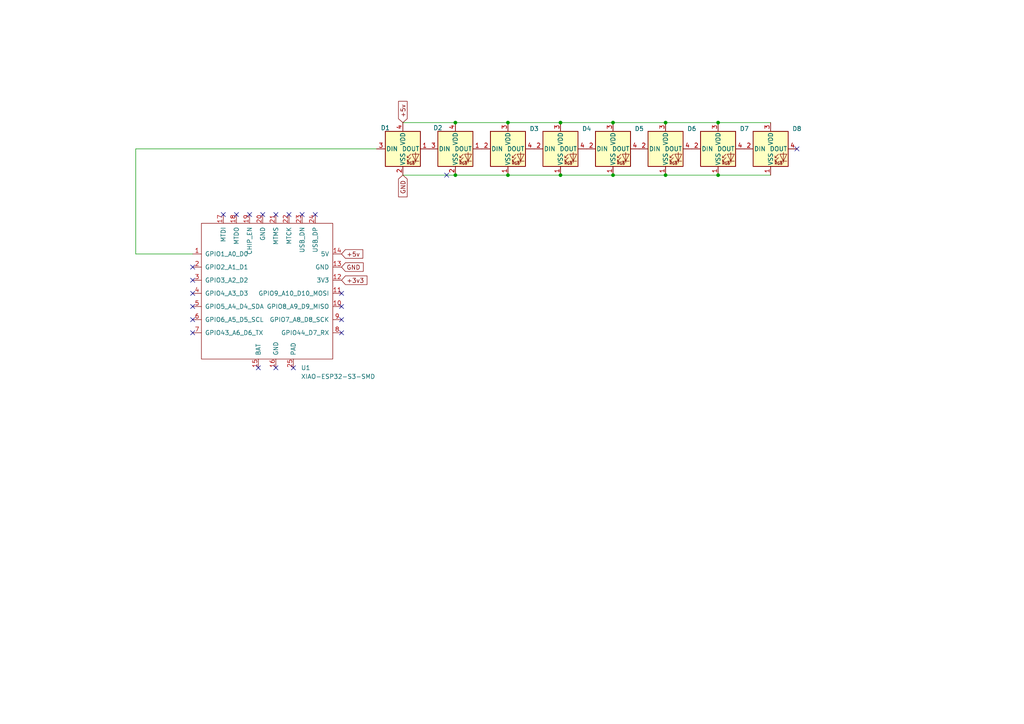
<source format=kicad_sch>
(kicad_sch
	(version 20231120)
	(generator "eeschema")
	(generator_version "8.0")
	(uuid "7ed566bf-2f3b-4aa5-bf86-7b58054f326d")
	(paper "A4")
	(lib_symbols
		(symbol "LED:SK6812"
			(pin_names
				(offset 0.254)
			)
			(exclude_from_sim no)
			(in_bom yes)
			(on_board yes)
			(property "Reference" "D"
				(at 5.08 5.715 0)
				(effects
					(font
						(size 1.27 1.27)
					)
					(justify right bottom)
				)
			)
			(property "Value" "SK6812"
				(at 1.27 -5.715 0)
				(effects
					(font
						(size 1.27 1.27)
					)
					(justify left top)
				)
			)
			(property "Footprint" "LED_SMD:LED_SK6812_PLCC4_5.0x5.0mm_P3.2mm"
				(at 1.27 -7.62 0)
				(effects
					(font
						(size 1.27 1.27)
					)
					(justify left top)
					(hide yes)
				)
			)
			(property "Datasheet" "https://cdn-shop.adafruit.com/product-files/1138/SK6812+LED+datasheet+.pdf"
				(at 2.54 -9.525 0)
				(effects
					(font
						(size 1.27 1.27)
					)
					(justify left top)
					(hide yes)
				)
			)
			(property "Description" "RGB LED with integrated controller"
				(at 0 0 0)
				(effects
					(font
						(size 1.27 1.27)
					)
					(hide yes)
				)
			)
			(property "ki_keywords" "RGB LED NeoPixel addressable"
				(at 0 0 0)
				(effects
					(font
						(size 1.27 1.27)
					)
					(hide yes)
				)
			)
			(property "ki_fp_filters" "LED*SK6812*PLCC*5.0x5.0mm*P3.2mm*"
				(at 0 0 0)
				(effects
					(font
						(size 1.27 1.27)
					)
					(hide yes)
				)
			)
			(symbol "SK6812_0_0"
				(text "RGB"
					(at 2.286 -4.191 0)
					(effects
						(font
							(size 0.762 0.762)
						)
					)
				)
			)
			(symbol "SK6812_0_1"
				(polyline
					(pts
						(xy 1.27 -3.556) (xy 1.778 -3.556)
					)
					(stroke
						(width 0)
						(type default)
					)
					(fill
						(type none)
					)
				)
				(polyline
					(pts
						(xy 1.27 -2.54) (xy 1.778 -2.54)
					)
					(stroke
						(width 0)
						(type default)
					)
					(fill
						(type none)
					)
				)
				(polyline
					(pts
						(xy 4.699 -3.556) (xy 2.667 -3.556)
					)
					(stroke
						(width 0)
						(type default)
					)
					(fill
						(type none)
					)
				)
				(polyline
					(pts
						(xy 2.286 -2.54) (xy 1.27 -3.556) (xy 1.27 -3.048)
					)
					(stroke
						(width 0)
						(type default)
					)
					(fill
						(type none)
					)
				)
				(polyline
					(pts
						(xy 2.286 -1.524) (xy 1.27 -2.54) (xy 1.27 -2.032)
					)
					(stroke
						(width 0)
						(type default)
					)
					(fill
						(type none)
					)
				)
				(polyline
					(pts
						(xy 3.683 -1.016) (xy 3.683 -3.556) (xy 3.683 -4.064)
					)
					(stroke
						(width 0)
						(type default)
					)
					(fill
						(type none)
					)
				)
				(polyline
					(pts
						(xy 4.699 -1.524) (xy 2.667 -1.524) (xy 3.683 -3.556) (xy 4.699 -1.524)
					)
					(stroke
						(width 0)
						(type default)
					)
					(fill
						(type none)
					)
				)
				(rectangle
					(start 5.08 5.08)
					(end -5.08 -5.08)
					(stroke
						(width 0.254)
						(type default)
					)
					(fill
						(type background)
					)
				)
			)
			(symbol "SK6812_1_1"
				(pin power_in line
					(at 0 -7.62 90)
					(length 2.54)
					(name "VSS"
						(effects
							(font
								(size 1.27 1.27)
							)
						)
					)
					(number "1"
						(effects
							(font
								(size 1.27 1.27)
							)
						)
					)
				)
				(pin input line
					(at -7.62 0 0)
					(length 2.54)
					(name "DIN"
						(effects
							(font
								(size 1.27 1.27)
							)
						)
					)
					(number "2"
						(effects
							(font
								(size 1.27 1.27)
							)
						)
					)
				)
				(pin power_in line
					(at 0 7.62 270)
					(length 2.54)
					(name "VDD"
						(effects
							(font
								(size 1.27 1.27)
							)
						)
					)
					(number "3"
						(effects
							(font
								(size 1.27 1.27)
							)
						)
					)
				)
				(pin output line
					(at 7.62 0 180)
					(length 2.54)
					(name "DOUT"
						(effects
							(font
								(size 1.27 1.27)
							)
						)
					)
					(number "4"
						(effects
							(font
								(size 1.27 1.27)
							)
						)
					)
				)
			)
		)
		(symbol "LED:SK6812MINI"
			(pin_names
				(offset 0.254)
			)
			(exclude_from_sim no)
			(in_bom yes)
			(on_board yes)
			(property "Reference" "D"
				(at 5.08 5.715 0)
				(effects
					(font
						(size 1.27 1.27)
					)
					(justify right bottom)
				)
			)
			(property "Value" "SK6812MINI"
				(at 1.27 -5.715 0)
				(effects
					(font
						(size 1.27 1.27)
					)
					(justify left top)
				)
			)
			(property "Footprint" "LED_SMD:LED_SK6812MINI_PLCC4_3.5x3.5mm_P1.75mm"
				(at 1.27 -7.62 0)
				(effects
					(font
						(size 1.27 1.27)
					)
					(justify left top)
					(hide yes)
				)
			)
			(property "Datasheet" "https://cdn-shop.adafruit.com/product-files/2686/SK6812MINI_REV.01-1-2.pdf"
				(at 2.54 -9.525 0)
				(effects
					(font
						(size 1.27 1.27)
					)
					(justify left top)
					(hide yes)
				)
			)
			(property "Description" "RGB LED with integrated controller"
				(at 0 0 0)
				(effects
					(font
						(size 1.27 1.27)
					)
					(hide yes)
				)
			)
			(property "ki_keywords" "RGB LED NeoPixel Mini addressable"
				(at 0 0 0)
				(effects
					(font
						(size 1.27 1.27)
					)
					(hide yes)
				)
			)
			(property "ki_fp_filters" "LED*SK6812MINI*PLCC*3.5x3.5mm*P1.75mm*"
				(at 0 0 0)
				(effects
					(font
						(size 1.27 1.27)
					)
					(hide yes)
				)
			)
			(symbol "SK6812MINI_0_0"
				(text "RGB"
					(at 2.286 -4.191 0)
					(effects
						(font
							(size 0.762 0.762)
						)
					)
				)
			)
			(symbol "SK6812MINI_0_1"
				(polyline
					(pts
						(xy 1.27 -3.556) (xy 1.778 -3.556)
					)
					(stroke
						(width 0)
						(type default)
					)
					(fill
						(type none)
					)
				)
				(polyline
					(pts
						(xy 1.27 -2.54) (xy 1.778 -2.54)
					)
					(stroke
						(width 0)
						(type default)
					)
					(fill
						(type none)
					)
				)
				(polyline
					(pts
						(xy 4.699 -3.556) (xy 2.667 -3.556)
					)
					(stroke
						(width 0)
						(type default)
					)
					(fill
						(type none)
					)
				)
				(polyline
					(pts
						(xy 2.286 -2.54) (xy 1.27 -3.556) (xy 1.27 -3.048)
					)
					(stroke
						(width 0)
						(type default)
					)
					(fill
						(type none)
					)
				)
				(polyline
					(pts
						(xy 2.286 -1.524) (xy 1.27 -2.54) (xy 1.27 -2.032)
					)
					(stroke
						(width 0)
						(type default)
					)
					(fill
						(type none)
					)
				)
				(polyline
					(pts
						(xy 3.683 -1.016) (xy 3.683 -3.556) (xy 3.683 -4.064)
					)
					(stroke
						(width 0)
						(type default)
					)
					(fill
						(type none)
					)
				)
				(polyline
					(pts
						(xy 4.699 -1.524) (xy 2.667 -1.524) (xy 3.683 -3.556) (xy 4.699 -1.524)
					)
					(stroke
						(width 0)
						(type default)
					)
					(fill
						(type none)
					)
				)
				(rectangle
					(start 5.08 5.08)
					(end -5.08 -5.08)
					(stroke
						(width 0.254)
						(type default)
					)
					(fill
						(type background)
					)
				)
			)
			(symbol "SK6812MINI_1_1"
				(pin output line
					(at 7.62 0 180)
					(length 2.54)
					(name "DOUT"
						(effects
							(font
								(size 1.27 1.27)
							)
						)
					)
					(number "1"
						(effects
							(font
								(size 1.27 1.27)
							)
						)
					)
				)
				(pin power_in line
					(at 0 -7.62 90)
					(length 2.54)
					(name "VSS"
						(effects
							(font
								(size 1.27 1.27)
							)
						)
					)
					(number "2"
						(effects
							(font
								(size 1.27 1.27)
							)
						)
					)
				)
				(pin input line
					(at -7.62 0 0)
					(length 2.54)
					(name "DIN"
						(effects
							(font
								(size 1.27 1.27)
							)
						)
					)
					(number "3"
						(effects
							(font
								(size 1.27 1.27)
							)
						)
					)
				)
				(pin power_in line
					(at 0 7.62 270)
					(length 2.54)
					(name "VDD"
						(effects
							(font
								(size 1.27 1.27)
							)
						)
					)
					(number "4"
						(effects
							(font
								(size 1.27 1.27)
							)
						)
					)
				)
			)
		)
		(symbol "Pixeldustsym:XIAO-ESP32-S3-SMD"
			(pin_names
				(offset 1.016)
			)
			(exclude_from_sim no)
			(in_bom yes)
			(on_board yes)
			(property "Reference" "U"
				(at -18.542 23.114 0)
				(effects
					(font
						(size 1.27 1.27)
					)
				)
			)
			(property "Value" "XIAO-ESP32-S3-SMD"
				(at -8.382 21.336 0)
				(effects
					(font
						(size 1.27 1.27)
					)
				)
			)
			(property "Footprint" ""
				(at -8.89 5.08 0)
				(effects
					(font
						(size 1.27 1.27)
					)
					(hide yes)
				)
			)
			(property "Datasheet" ""
				(at -8.89 5.08 0)
				(effects
					(font
						(size 1.27 1.27)
					)
					(hide yes)
				)
			)
			(property "Description" ""
				(at 0 0 0)
				(effects
					(font
						(size 1.27 1.27)
					)
					(hide yes)
				)
			)
			(symbol "XIAO-ESP32-S3-SMD_0_1"
				(rectangle
					(start 19.05 -19.05)
					(end -19.05 20.32)
					(stroke
						(width 0)
						(type default)
					)
					(fill
						(type none)
					)
				)
			)
			(symbol "XIAO-ESP32-S3-SMD_1_1"
				(pin passive line
					(at -21.59 11.43 0)
					(length 2.54)
					(name "GPIO1_A0_D0"
						(effects
							(font
								(size 1.27 1.27)
							)
						)
					)
					(number "1"
						(effects
							(font
								(size 1.27 1.27)
							)
						)
					)
				)
				(pin passive line
					(at 21.59 -3.81 180)
					(length 2.54)
					(name "GPIO8_A9_D9_MISO"
						(effects
							(font
								(size 1.27 1.27)
							)
						)
					)
					(number "10"
						(effects
							(font
								(size 1.27 1.27)
							)
						)
					)
				)
				(pin passive line
					(at 21.59 0 180)
					(length 2.54)
					(name "GPIO9_A10_D10_MOSI"
						(effects
							(font
								(size 1.27 1.27)
							)
						)
					)
					(number "11"
						(effects
							(font
								(size 1.27 1.27)
							)
						)
					)
				)
				(pin passive line
					(at 21.59 3.81 180)
					(length 2.54)
					(name "3V3"
						(effects
							(font
								(size 1.27 1.27)
							)
						)
					)
					(number "12"
						(effects
							(font
								(size 1.27 1.27)
							)
						)
					)
				)
				(pin passive line
					(at 21.59 7.62 180)
					(length 2.54)
					(name "GND"
						(effects
							(font
								(size 1.27 1.27)
							)
						)
					)
					(number "13"
						(effects
							(font
								(size 1.27 1.27)
							)
						)
					)
				)
				(pin passive line
					(at 21.59 11.43 180)
					(length 2.54)
					(name "5V"
						(effects
							(font
								(size 1.27 1.27)
							)
						)
					)
					(number "14"
						(effects
							(font
								(size 1.27 1.27)
							)
						)
					)
				)
				(pin passive line
					(at -2.54 -21.59 90)
					(length 2.54)
					(name "BAT"
						(effects
							(font
								(size 1.27 1.27)
							)
						)
					)
					(number "15"
						(effects
							(font
								(size 1.27 1.27)
							)
						)
					)
				)
				(pin passive line
					(at 2.54 -21.59 90)
					(length 2.54)
					(name "GND"
						(effects
							(font
								(size 1.27 1.27)
							)
						)
					)
					(number "16"
						(effects
							(font
								(size 1.27 1.27)
							)
						)
					)
				)
				(pin passive line
					(at -12.7 22.86 270)
					(length 2.54)
					(name "MTDI"
						(effects
							(font
								(size 1.27 1.27)
							)
						)
					)
					(number "17"
						(effects
							(font
								(size 1.27 1.27)
							)
						)
					)
				)
				(pin passive line
					(at -8.89 22.86 270)
					(length 2.54)
					(name "MTDO"
						(effects
							(font
								(size 1.27 1.27)
							)
						)
					)
					(number "18"
						(effects
							(font
								(size 1.27 1.27)
							)
						)
					)
				)
				(pin passive line
					(at -5.08 22.86 270)
					(length 2.54)
					(name "CHIP_EN"
						(effects
							(font
								(size 1.27 1.27)
							)
						)
					)
					(number "19"
						(effects
							(font
								(size 1.27 1.27)
							)
						)
					)
				)
				(pin passive line
					(at -21.59 7.62 0)
					(length 2.54)
					(name "GPIO2_A1_D1"
						(effects
							(font
								(size 1.27 1.27)
							)
						)
					)
					(number "2"
						(effects
							(font
								(size 1.27 1.27)
							)
						)
					)
				)
				(pin passive line
					(at -1.27 22.86 270)
					(length 2.54)
					(name "GND"
						(effects
							(font
								(size 1.27 1.27)
							)
						)
					)
					(number "20"
						(effects
							(font
								(size 1.27 1.27)
							)
						)
					)
				)
				(pin passive line
					(at 2.54 22.86 270)
					(length 2.54)
					(name "MTMS"
						(effects
							(font
								(size 1.27 1.27)
							)
						)
					)
					(number "21"
						(effects
							(font
								(size 1.27 1.27)
							)
						)
					)
				)
				(pin passive line
					(at 6.35 22.86 270)
					(length 2.54)
					(name "MTCK"
						(effects
							(font
								(size 1.27 1.27)
							)
						)
					)
					(number "22"
						(effects
							(font
								(size 1.27 1.27)
							)
						)
					)
				)
				(pin passive line
					(at 10.16 22.86 270)
					(length 2.54)
					(name "USB_DN"
						(effects
							(font
								(size 1.27 1.27)
							)
						)
					)
					(number "23"
						(effects
							(font
								(size 1.27 1.27)
							)
						)
					)
				)
				(pin passive line
					(at 13.97 22.86 270)
					(length 2.54)
					(name "USB_DP"
						(effects
							(font
								(size 1.27 1.27)
							)
						)
					)
					(number "24"
						(effects
							(font
								(size 1.27 1.27)
							)
						)
					)
				)
				(pin passive line
					(at 7.62 -21.59 90)
					(length 2.54)
					(name "PAD"
						(effects
							(font
								(size 1.27 1.27)
							)
						)
					)
					(number "25"
						(effects
							(font
								(size 1.27 1.27)
							)
						)
					)
				)
				(pin passive line
					(at -21.59 3.81 0)
					(length 2.54)
					(name "GPIO3_A2_D2"
						(effects
							(font
								(size 1.27 1.27)
							)
						)
					)
					(number "3"
						(effects
							(font
								(size 1.27 1.27)
							)
						)
					)
				)
				(pin passive line
					(at -21.59 0 0)
					(length 2.54)
					(name "GPIO4_A3_D3"
						(effects
							(font
								(size 1.27 1.27)
							)
						)
					)
					(number "4"
						(effects
							(font
								(size 1.27 1.27)
							)
						)
					)
				)
				(pin passive line
					(at -21.59 -3.81 0)
					(length 2.54)
					(name "GPIO5_A4_D4_SDA"
						(effects
							(font
								(size 1.27 1.27)
							)
						)
					)
					(number "5"
						(effects
							(font
								(size 1.27 1.27)
							)
						)
					)
				)
				(pin passive line
					(at -21.59 -7.62 0)
					(length 2.54)
					(name "GPIO6_A5_D5_SCL"
						(effects
							(font
								(size 1.27 1.27)
							)
						)
					)
					(number "6"
						(effects
							(font
								(size 1.27 1.27)
							)
						)
					)
				)
				(pin passive line
					(at -21.59 -11.43 0)
					(length 2.54)
					(name "GPIO43_A6_D6_TX"
						(effects
							(font
								(size 1.27 1.27)
							)
						)
					)
					(number "7"
						(effects
							(font
								(size 1.27 1.27)
							)
						)
					)
				)
				(pin passive line
					(at 21.59 -11.43 180)
					(length 2.54)
					(name "GPIO44_D7_RX"
						(effects
							(font
								(size 1.27 1.27)
							)
						)
					)
					(number "8"
						(effects
							(font
								(size 1.27 1.27)
							)
						)
					)
				)
				(pin passive line
					(at 21.59 -7.62 180)
					(length 2.54)
					(name "GPIO7_A8_D8_SCK"
						(effects
							(font
								(size 1.27 1.27)
							)
						)
					)
					(number "9"
						(effects
							(font
								(size 1.27 1.27)
							)
						)
					)
				)
			)
		)
	)
	(junction
		(at 162.56 35.56)
		(diameter 0)
		(color 0 0 0 0)
		(uuid "04324c55-176f-4944-91ea-d125e5850c2c")
	)
	(junction
		(at 208.28 50.8)
		(diameter 0)
		(color 0 0 0 0)
		(uuid "044b4762-abd4-4aa1-9828-95b1724ada18")
	)
	(junction
		(at 147.32 35.56)
		(diameter 0)
		(color 0 0 0 0)
		(uuid "337f58f6-8a41-4ecc-937c-5b4c13817f71")
	)
	(junction
		(at 162.56 50.8)
		(diameter 0)
		(color 0 0 0 0)
		(uuid "61854054-86ce-4ef5-80fe-6d1bcce6e51e")
	)
	(junction
		(at 208.28 35.56)
		(diameter 0)
		(color 0 0 0 0)
		(uuid "8491c9d3-aec2-457c-83c9-1b8743500c44")
	)
	(junction
		(at 177.8 35.56)
		(diameter 0)
		(color 0 0 0 0)
		(uuid "90216d08-1ddb-4621-b142-1806802247dc")
	)
	(junction
		(at 147.32 50.8)
		(diameter 0)
		(color 0 0 0 0)
		(uuid "97d7caf6-9b58-4fed-9c44-bcbbb6688a9c")
	)
	(junction
		(at 177.8 50.8)
		(diameter 0)
		(color 0 0 0 0)
		(uuid "9a2565ee-98e8-4a3b-984c-206b66765851")
	)
	(junction
		(at 193.04 50.8)
		(diameter 0)
		(color 0 0 0 0)
		(uuid "9e32b89d-b738-4cc1-b6d1-2cce93e788c9")
	)
	(junction
		(at 132.08 50.8)
		(diameter 0)
		(color 0 0 0 0)
		(uuid "af03df24-c039-434b-960e-b8e81c6380d2")
	)
	(junction
		(at 132.08 35.56)
		(diameter 0)
		(color 0 0 0 0)
		(uuid "b5004d13-990d-40bc-ac30-395361b48b2a")
	)
	(junction
		(at 193.04 35.56)
		(diameter 0)
		(color 0 0 0 0)
		(uuid "c648a4cd-be4d-45f6-ac56-dc7bd39e0c6b")
	)
	(no_connect
		(at 55.88 96.52)
		(uuid "08a6d3a4-af04-4852-8cf1-cf0dbd659c16")
	)
	(no_connect
		(at 129.54 50.8)
		(uuid "0fe21333-236d-42e0-a043-f8e0abf908e1")
	)
	(no_connect
		(at 55.88 88.9)
		(uuid "22b5b33c-af30-4f03-8f8d-04ac459ccd50")
	)
	(no_connect
		(at 72.39 62.23)
		(uuid "22f5990e-1dd2-4282-937d-4959ec7c123a")
	)
	(no_connect
		(at 55.88 85.09)
		(uuid "25f34bf1-ff8b-42e1-a3a6-377b62ccab57")
	)
	(no_connect
		(at 91.44 62.23)
		(uuid "282d9d6c-0776-4720-a055-df2824d33292")
	)
	(no_connect
		(at 80.01 62.23)
		(uuid "5781299d-30c9-4824-a2b2-d749a05e8d27")
	)
	(no_connect
		(at 99.06 96.52)
		(uuid "5a2a9f0b-0b9d-479d-a532-df6cddfc3c6a")
	)
	(no_connect
		(at 55.88 77.47)
		(uuid "6a6780ef-7729-464b-a900-6eb5f1190d5e")
	)
	(no_connect
		(at 83.82 62.23)
		(uuid "8d216d5d-517b-4d71-b313-7c683e29b575")
	)
	(no_connect
		(at 99.06 92.71)
		(uuid "a006c702-ff66-48f5-8806-fee6975bb4b1")
	)
	(no_connect
		(at 55.88 92.71)
		(uuid "a23d41ab-9dcc-4f9d-8f04-e0982446356a")
	)
	(no_connect
		(at 85.09 106.68)
		(uuid "b3312dbf-6207-468a-81b7-8ff76907e4ca")
	)
	(no_connect
		(at 55.88 81.28)
		(uuid "b522f8e2-92b5-4847-82d6-d5edd5fa59ba")
	)
	(no_connect
		(at 99.06 88.9)
		(uuid "be705760-228c-4656-bc51-11af0cd25197")
	)
	(no_connect
		(at 64.77 62.23)
		(uuid "c0ec7188-a884-4d28-b0bb-317d6d6c5a27")
	)
	(no_connect
		(at 87.63 62.23)
		(uuid "c1bd0ab3-0c7e-410b-b889-87170c5a246f")
	)
	(no_connect
		(at 80.01 106.68)
		(uuid "c431d76f-43fc-4e1f-b721-6d3114379467")
	)
	(no_connect
		(at 99.06 85.09)
		(uuid "d3ae55c9-53bb-4ca6-b9ea-f5abc84cd704")
	)
	(no_connect
		(at 231.14 43.18)
		(uuid "daf882f3-d1ab-4bba-999f-bbaf8a6610d2")
	)
	(no_connect
		(at 76.2 62.23)
		(uuid "e2755533-04a2-4abe-aafd-6e66c87921b0")
	)
	(no_connect
		(at 68.58 62.23)
		(uuid "f61aac6c-a343-4cc3-8f8f-7c090144f0ed")
	)
	(no_connect
		(at 74.93 106.68)
		(uuid "f7f118a8-6269-4d16-929f-e28c9ccc8d04")
	)
	(wire
		(pts
			(xy 208.28 35.56) (xy 223.52 35.56)
		)
		(stroke
			(width 0)
			(type default)
		)
		(uuid "0d8da864-af83-4dd5-b705-dd1e62a404fb")
	)
	(wire
		(pts
			(xy 177.8 35.56) (xy 193.04 35.56)
		)
		(stroke
			(width 0)
			(type default)
		)
		(uuid "1f289cd4-3358-424d-8b76-e9529ef5471a")
	)
	(wire
		(pts
			(xy 162.56 35.56) (xy 177.8 35.56)
		)
		(stroke
			(width 0)
			(type default)
		)
		(uuid "56cda174-f619-4d2b-bb43-0fe38efe2099")
	)
	(wire
		(pts
			(xy 147.32 50.8) (xy 162.56 50.8)
		)
		(stroke
			(width 0)
			(type default)
		)
		(uuid "62b7dcee-7917-4d18-85aa-4ea7ebe205f6")
	)
	(wire
		(pts
			(xy 116.84 50.8) (xy 132.08 50.8)
		)
		(stroke
			(width 0)
			(type default)
		)
		(uuid "62e5bc0c-8f91-4958-a67d-55a24d659983")
	)
	(wire
		(pts
			(xy 193.04 50.8) (xy 208.28 50.8)
		)
		(stroke
			(width 0)
			(type default)
		)
		(uuid "6c8a7c93-ddc6-458c-85b7-7918a5898fe3")
	)
	(wire
		(pts
			(xy 193.04 35.56) (xy 208.28 35.56)
		)
		(stroke
			(width 0)
			(type default)
		)
		(uuid "71b37a23-b35d-4244-8bf5-078136bd4c54")
	)
	(wire
		(pts
			(xy 109.22 43.18) (xy 39.37 43.18)
		)
		(stroke
			(width 0)
			(type default)
		)
		(uuid "93fb14b1-6b36-4a37-9c38-9edd35a4864a")
	)
	(wire
		(pts
			(xy 162.56 50.8) (xy 177.8 50.8)
		)
		(stroke
			(width 0)
			(type default)
		)
		(uuid "a2fe8d8c-d72b-4967-9d41-f4b21a133ef0")
	)
	(wire
		(pts
			(xy 177.8 50.8) (xy 193.04 50.8)
		)
		(stroke
			(width 0)
			(type default)
		)
		(uuid "a9497177-99af-4332-9135-2251d1ecc37d")
	)
	(wire
		(pts
			(xy 132.08 50.8) (xy 147.32 50.8)
		)
		(stroke
			(width 0)
			(type default)
		)
		(uuid "ceda9df9-9e5e-441f-886e-f0f45dc9b941")
	)
	(wire
		(pts
			(xy 39.37 43.18) (xy 39.37 73.66)
		)
		(stroke
			(width 0)
			(type default)
		)
		(uuid "d0ee951a-9a5f-41e4-9a54-175e5abfc78d")
	)
	(wire
		(pts
			(xy 116.84 35.56) (xy 132.08 35.56)
		)
		(stroke
			(width 0)
			(type default)
		)
		(uuid "de5e7f8d-b381-4627-8be5-5401778789c9")
	)
	(wire
		(pts
			(xy 39.37 73.66) (xy 55.88 73.66)
		)
		(stroke
			(width 0)
			(type default)
		)
		(uuid "e8562458-f4fb-42dd-aed6-74bb697206fa")
	)
	(wire
		(pts
			(xy 132.08 35.56) (xy 147.32 35.56)
		)
		(stroke
			(width 0)
			(type default)
		)
		(uuid "e970bb18-d634-4171-bea7-0872a9768a7c")
	)
	(wire
		(pts
			(xy 147.32 35.56) (xy 162.56 35.56)
		)
		(stroke
			(width 0)
			(type default)
		)
		(uuid "eb418c3c-4aa0-49d9-a12e-6e66f66cde91")
	)
	(wire
		(pts
			(xy 208.28 50.8) (xy 223.52 50.8)
		)
		(stroke
			(width 0)
			(type default)
		)
		(uuid "fa151f9f-b3ed-449f-a544-1439278bff92")
	)
	(global_label "GND"
		(shape input)
		(at 116.84 50.8 270)
		(fields_autoplaced yes)
		(effects
			(font
				(size 1.27 1.27)
			)
			(justify right)
		)
		(uuid "0cecd831-abdd-4054-a685-3287901839a1")
		(property "Intersheetrefs" "${INTERSHEET_REFS}"
			(at 116.84 57.6557 90)
			(effects
				(font
					(size 1.27 1.27)
				)
				(justify right)
				(hide yes)
			)
		)
	)
	(global_label "+5v"
		(shape input)
		(at 116.84 35.56 90)
		(fields_autoplaced yes)
		(effects
			(font
				(size 1.27 1.27)
			)
			(justify left)
		)
		(uuid "20eafe24-a066-4ec4-8ffb-bf657ef6c36f")
		(property "Intersheetrefs" "${INTERSHEET_REFS}"
			(at 116.84 28.8253 90)
			(effects
				(font
					(size 1.27 1.27)
				)
				(justify left)
				(hide yes)
			)
		)
	)
	(global_label "+3v3"
		(shape input)
		(at 99.06 81.28 0)
		(fields_autoplaced yes)
		(effects
			(font
				(size 1.27 1.27)
			)
			(justify left)
		)
		(uuid "54c0f383-e16a-4a80-b03b-4b74ab500c59")
		(property "Intersheetrefs" "${INTERSHEET_REFS}"
			(at 107.0042 81.28 0)
			(effects
				(font
					(size 1.27 1.27)
				)
				(justify left)
				(hide yes)
			)
		)
	)
	(global_label "GND"
		(shape input)
		(at 99.06 77.47 0)
		(fields_autoplaced yes)
		(effects
			(font
				(size 1.27 1.27)
			)
			(justify left)
		)
		(uuid "af6579fa-8d5a-4ef3-925f-bda43d23bdd2")
		(property "Intersheetrefs" "${INTERSHEET_REFS}"
			(at 105.9157 77.47 0)
			(effects
				(font
					(size 1.27 1.27)
				)
				(justify left)
				(hide yes)
			)
		)
	)
	(global_label "+5v"
		(shape input)
		(at 99.06 73.66 0)
		(fields_autoplaced yes)
		(effects
			(font
				(size 1.27 1.27)
			)
			(justify left)
		)
		(uuid "b0923840-7198-4827-8f58-85269cc9632e")
		(property "Intersheetrefs" "${INTERSHEET_REFS}"
			(at 105.7947 73.66 0)
			(effects
				(font
					(size 1.27 1.27)
				)
				(justify left)
				(hide yes)
			)
		)
	)
	(symbol
		(lib_id "LED:SK6812")
		(at 193.04 43.18 0)
		(unit 1)
		(exclude_from_sim no)
		(in_bom yes)
		(on_board yes)
		(dnp no)
		(uuid "10d4e078-dfba-409d-a649-c9967770765a")
		(property "Reference" "D6"
			(at 200.66 37.338 0)
			(effects
				(font
					(size 1.27 1.27)
				)
			)
		)
		(property "Value" "SK6812"
			(at 203.2 39.4014 0)
			(effects
				(font
					(size 1.27 1.27)
				)
				(hide yes)
			)
		)
		(property "Footprint" "LED_SMD:LED_SK6812_PLCC4_5.0x5.0mm_P3.2mm"
			(at 194.31 50.8 0)
			(effects
				(font
					(size 1.27 1.27)
				)
				(justify left top)
				(hide yes)
			)
		)
		(property "Datasheet" "https://cdn-shop.adafruit.com/product-files/1138/SK6812+LED+datasheet+.pdf"
			(at 195.58 52.705 0)
			(effects
				(font
					(size 1.27 1.27)
				)
				(justify left top)
				(hide yes)
			)
		)
		(property "Description" "RGB LED with integrated controller"
			(at 193.04 43.18 0)
			(effects
				(font
					(size 1.27 1.27)
				)
				(hide yes)
			)
		)
		(pin "4"
			(uuid "f18a8253-ecf0-4077-91d8-5dc8176edfee")
		)
		(pin "2"
			(uuid "0faeaa31-8eeb-4107-91bd-31556ea78fd5")
		)
		(pin "1"
			(uuid "f634d713-439c-4f1d-9346-f118292ba024")
		)
		(pin "3"
			(uuid "79fc295c-702f-428d-ac27-555df0aef99b")
		)
		(instances
			(project "BoykisserPCB"
				(path "/7ed566bf-2f3b-4aa5-bf86-7b58054f326d"
					(reference "D6")
					(unit 1)
				)
			)
		)
	)
	(symbol
		(lib_id "LED:SK6812MINI")
		(at 116.84 43.18 0)
		(unit 1)
		(exclude_from_sim no)
		(in_bom yes)
		(on_board yes)
		(dnp no)
		(uuid "610e3b67-a11d-4c32-bc9b-58c0ec6647d2")
		(property "Reference" "D1"
			(at 111.76 37.084 0)
			(effects
				(font
					(size 1.27 1.27)
				)
			)
		)
		(property "Value" "SK6812MINI"
			(at 108.712 36.83 0)
			(effects
				(font
					(size 1.27 1.27)
				)
				(hide yes)
			)
		)
		(property "Footprint" "Pixeldust:SK6812MINI-E"
			(at 118.11 50.8 0)
			(effects
				(font
					(size 1.27 1.27)
				)
				(justify left top)
				(hide yes)
			)
		)
		(property "Datasheet" "https://cdn-shop.adafruit.com/product-files/2686/SK6812MINI_REV.01-1-2.pdf"
			(at 119.38 52.705 0)
			(effects
				(font
					(size 1.27 1.27)
				)
				(justify left top)
				(hide yes)
			)
		)
		(property "Description" "RGB LED with integrated controller"
			(at 116.84 43.18 0)
			(effects
				(font
					(size 1.27 1.27)
				)
				(hide yes)
			)
		)
		(pin "4"
			(uuid "eb21218b-2229-4e3e-af41-cff64a2bf95a")
		)
		(pin "1"
			(uuid "419d1544-f324-4cd0-9ddf-b0a271342daf")
		)
		(pin "2"
			(uuid "b00161ed-eeff-486c-a757-e7d4e2897386")
		)
		(pin "3"
			(uuid "d00d71ef-7554-4adc-a42b-04b4b8cd6b11")
		)
		(instances
			(project ""
				(path "/7ed566bf-2f3b-4aa5-bf86-7b58054f326d"
					(reference "D1")
					(unit 1)
				)
			)
		)
	)
	(symbol
		(lib_id "Pixeldustsym:XIAO-ESP32-S3-SMD")
		(at 77.47 85.09 0)
		(unit 1)
		(exclude_from_sim no)
		(in_bom yes)
		(on_board yes)
		(dnp no)
		(fields_autoplaced yes)
		(uuid "6982804c-6b1a-4ead-aef1-7154aadf59c8")
		(property "Reference" "U1"
			(at 87.2841 106.68 0)
			(effects
				(font
					(size 1.27 1.27)
				)
				(justify left)
			)
		)
		(property "Value" "XIAO-ESP32-S3-SMD"
			(at 87.2841 109.22 0)
			(effects
				(font
					(size 1.27 1.27)
				)
				(justify left)
			)
		)
		(property "Footprint" "Pixeldust:XIAO-ESP32S3-SMD"
			(at 68.58 80.01 0)
			(effects
				(font
					(size 1.27 1.27)
				)
				(hide yes)
			)
		)
		(property "Datasheet" ""
			(at 68.58 80.01 0)
			(effects
				(font
					(size 1.27 1.27)
				)
				(hide yes)
			)
		)
		(property "Description" ""
			(at 77.47 85.09 0)
			(effects
				(font
					(size 1.27 1.27)
				)
				(hide yes)
			)
		)
		(pin "5"
			(uuid "165cd03f-4908-4977-a633-615ec46b29ca")
		)
		(pin "13"
			(uuid "eaea97a3-35b6-4c71-87e5-3f238209b6a1")
		)
		(pin "10"
			(uuid "473d94f1-baae-4299-b7bd-8d9ffeb5de3f")
		)
		(pin "16"
			(uuid "715ee884-fc56-4418-a051-68816887796b")
		)
		(pin "18"
			(uuid "cc42ded3-d454-436b-b139-0125da8f8b3e")
		)
		(pin "2"
			(uuid "27dbaf40-0986-4421-a4fe-3c294955d130")
		)
		(pin "3"
			(uuid "7cb8ea25-79b0-43b6-bef3-338216f992df")
		)
		(pin "24"
			(uuid "7bafca4e-e2a1-423f-a806-8ffebbf6f9ee")
		)
		(pin "6"
			(uuid "87e8b0bd-8063-4a60-8fba-6e7cbfa7140e")
		)
		(pin "4"
			(uuid "40418303-8112-4eed-9d99-9d014061f51d")
		)
		(pin "17"
			(uuid "9e64fc40-9375-4ea4-9e25-d6d72acf9f33")
		)
		(pin "22"
			(uuid "07318d11-ddb9-4284-9eb7-c7c8dfa861a0")
		)
		(pin "19"
			(uuid "a5c5ce1c-c01d-4f4c-b294-a54351329fd1")
		)
		(pin "23"
			(uuid "ac32f6bb-f1ea-4e32-bded-4a0ec31e5063")
		)
		(pin "9"
			(uuid "f436983c-ff7d-48d7-8488-5636691cf0a8")
		)
		(pin "25"
			(uuid "2e406f88-fd3a-476a-bb94-64160f0304bd")
		)
		(pin "20"
			(uuid "027854d7-fe49-4c5c-994a-e4abfc2f8260")
		)
		(pin "21"
			(uuid "6c74c612-5813-410f-b55b-7fada1268699")
		)
		(pin "14"
			(uuid "5d157d8c-a562-4a70-a2a2-910dfcf58f82")
		)
		(pin "7"
			(uuid "d7c263e9-c814-4f0e-a7bd-8af29815ec90")
		)
		(pin "12"
			(uuid "924479c6-e86a-4cab-8edb-41d8db5cff73")
		)
		(pin "1"
			(uuid "a25fb987-7fae-40dd-bc02-b57a7efabd81")
		)
		(pin "11"
			(uuid "0baaf3ae-8443-4e4c-b24e-458f0870ed36")
		)
		(pin "15"
			(uuid "6e4f1b8e-b357-4a02-8368-9ab5be1e7900")
		)
		(pin "8"
			(uuid "bc5134f4-cb4c-475a-bae6-af5c54e2593d")
		)
		(instances
			(project ""
				(path "/7ed566bf-2f3b-4aa5-bf86-7b58054f326d"
					(reference "U1")
					(unit 1)
				)
			)
		)
	)
	(symbol
		(lib_id "LED:SK6812")
		(at 208.28 43.18 0)
		(unit 1)
		(exclude_from_sim no)
		(in_bom yes)
		(on_board yes)
		(dnp no)
		(uuid "78a6051b-0f81-4bf4-841b-19dc729e4e84")
		(property "Reference" "D7"
			(at 215.9 37.338 0)
			(effects
				(font
					(size 1.27 1.27)
				)
			)
		)
		(property "Value" "SK6812"
			(at 218.44 39.4014 0)
			(effects
				(font
					(size 1.27 1.27)
				)
				(hide yes)
			)
		)
		(property "Footprint" "LED_SMD:LED_SK6812_PLCC4_5.0x5.0mm_P3.2mm"
			(at 209.55 50.8 0)
			(effects
				(font
					(size 1.27 1.27)
				)
				(justify left top)
				(hide yes)
			)
		)
		(property "Datasheet" "https://cdn-shop.adafruit.com/product-files/1138/SK6812+LED+datasheet+.pdf"
			(at 210.82 52.705 0)
			(effects
				(font
					(size 1.27 1.27)
				)
				(justify left top)
				(hide yes)
			)
		)
		(property "Description" "RGB LED with integrated controller"
			(at 208.28 43.18 0)
			(effects
				(font
					(size 1.27 1.27)
				)
				(hide yes)
			)
		)
		(pin "4"
			(uuid "406126e8-b06e-47da-80c7-c3b02102af8a")
		)
		(pin "2"
			(uuid "2ea85921-706c-41f3-9819-6755d7df8b37")
		)
		(pin "1"
			(uuid "6dd348ee-4a76-4988-9f5c-038fa0b0ff10")
		)
		(pin "3"
			(uuid "24d9a284-f035-475d-b0f1-42707553304e")
		)
		(instances
			(project "BoykisserPCB"
				(path "/7ed566bf-2f3b-4aa5-bf86-7b58054f326d"
					(reference "D7")
					(unit 1)
				)
			)
		)
	)
	(symbol
		(lib_id "LED:SK6812MINI")
		(at 132.08 43.18 0)
		(unit 1)
		(exclude_from_sim no)
		(in_bom yes)
		(on_board yes)
		(dnp no)
		(uuid "7c93b432-5b3f-4648-b43c-c4f84a9e3ccc")
		(property "Reference" "D2"
			(at 127 37.084 0)
			(effects
				(font
					(size 1.27 1.27)
				)
			)
		)
		(property "Value" "SK6812MINI"
			(at 123.952 36.83 0)
			(effects
				(font
					(size 1.27 1.27)
				)
				(hide yes)
			)
		)
		(property "Footprint" "Pixeldust:SK6812MINI-E"
			(at 133.35 50.8 0)
			(effects
				(font
					(size 1.27 1.27)
				)
				(justify left top)
				(hide yes)
			)
		)
		(property "Datasheet" "https://cdn-shop.adafruit.com/product-files/2686/SK6812MINI_REV.01-1-2.pdf"
			(at 134.62 52.705 0)
			(effects
				(font
					(size 1.27 1.27)
				)
				(justify left top)
				(hide yes)
			)
		)
		(property "Description" "RGB LED with integrated controller"
			(at 132.08 43.18 0)
			(effects
				(font
					(size 1.27 1.27)
				)
				(hide yes)
			)
		)
		(pin "4"
			(uuid "92eeaff6-9279-4d2f-a737-631e3fe458d2")
		)
		(pin "1"
			(uuid "2280bfd1-9c6e-4d72-b9b1-2e8b1147a100")
		)
		(pin "2"
			(uuid "061b7f84-c4a0-40bc-b7c0-5ef5d4cda9df")
		)
		(pin "3"
			(uuid "9cd5605a-9ed4-4e38-b19f-0a6087fb80e8")
		)
		(instances
			(project "BoykisserPCB"
				(path "/7ed566bf-2f3b-4aa5-bf86-7b58054f326d"
					(reference "D2")
					(unit 1)
				)
			)
		)
	)
	(symbol
		(lib_id "LED:SK6812")
		(at 147.32 43.18 0)
		(unit 1)
		(exclude_from_sim no)
		(in_bom yes)
		(on_board yes)
		(dnp no)
		(uuid "93915b3a-99ca-4ebf-99a0-1a1ceeb77def")
		(property "Reference" "D3"
			(at 154.94 37.338 0)
			(effects
				(font
					(size 1.27 1.27)
				)
			)
		)
		(property "Value" "SK6812"
			(at 157.48 39.4014 0)
			(effects
				(font
					(size 1.27 1.27)
				)
				(hide yes)
			)
		)
		(property "Footprint" "LED_SMD:LED_SK6812_PLCC4_5.0x5.0mm_P3.2mm"
			(at 148.59 50.8 0)
			(effects
				(font
					(size 1.27 1.27)
				)
				(justify left top)
				(hide yes)
			)
		)
		(property "Datasheet" "https://cdn-shop.adafruit.com/product-files/1138/SK6812+LED+datasheet+.pdf"
			(at 149.86 52.705 0)
			(effects
				(font
					(size 1.27 1.27)
				)
				(justify left top)
				(hide yes)
			)
		)
		(property "Description" "RGB LED with integrated controller"
			(at 147.32 43.18 0)
			(effects
				(font
					(size 1.27 1.27)
				)
				(hide yes)
			)
		)
		(pin "4"
			(uuid "25ab7257-d7e9-4e3e-8684-1d577ac3d0be")
		)
		(pin "2"
			(uuid "2d62e3e7-86b8-4036-b28c-a1e17a5b1da6")
		)
		(pin "1"
			(uuid "5e518e23-9da6-490b-9179-dd0d59de893d")
		)
		(pin "3"
			(uuid "52eac6aa-73ef-4446-accc-3bfd3cd13773")
		)
		(instances
			(project ""
				(path "/7ed566bf-2f3b-4aa5-bf86-7b58054f326d"
					(reference "D3")
					(unit 1)
				)
			)
		)
	)
	(symbol
		(lib_id "LED:SK6812")
		(at 223.52 43.18 0)
		(unit 1)
		(exclude_from_sim no)
		(in_bom yes)
		(on_board yes)
		(dnp no)
		(uuid "940049da-269c-4abe-a492-1f8984c0662f")
		(property "Reference" "D8"
			(at 231.14 37.338 0)
			(effects
				(font
					(size 1.27 1.27)
				)
			)
		)
		(property "Value" "SK6812"
			(at 233.68 39.4014 0)
			(effects
				(font
					(size 1.27 1.27)
				)
				(hide yes)
			)
		)
		(property "Footprint" "LED_SMD:LED_SK6812_PLCC4_5.0x5.0mm_P3.2mm"
			(at 224.79 50.8 0)
			(effects
				(font
					(size 1.27 1.27)
				)
				(justify left top)
				(hide yes)
			)
		)
		(property "Datasheet" "https://cdn-shop.adafruit.com/product-files/1138/SK6812+LED+datasheet+.pdf"
			(at 226.06 52.705 0)
			(effects
				(font
					(size 1.27 1.27)
				)
				(justify left top)
				(hide yes)
			)
		)
		(property "Description" "RGB LED with integrated controller"
			(at 223.52 43.18 0)
			(effects
				(font
					(size 1.27 1.27)
				)
				(hide yes)
			)
		)
		(pin "4"
			(uuid "13d774f8-de6c-4df3-a029-884466801888")
		)
		(pin "2"
			(uuid "b1e38427-ca5e-43f3-a438-6a60c347cf57")
		)
		(pin "1"
			(uuid "b7bb8b00-7f54-4952-b754-8b105034de82")
		)
		(pin "3"
			(uuid "6ccce055-16f0-4e7f-af2d-eb8fb8a3a32d")
		)
		(instances
			(project "BoykisserPCB"
				(path "/7ed566bf-2f3b-4aa5-bf86-7b58054f326d"
					(reference "D8")
					(unit 1)
				)
			)
		)
	)
	(symbol
		(lib_id "LED:SK6812")
		(at 162.56 43.18 0)
		(unit 1)
		(exclude_from_sim no)
		(in_bom yes)
		(on_board yes)
		(dnp no)
		(uuid "ca6e290f-75dc-4403-952c-a4d4ccb090e6")
		(property "Reference" "D4"
			(at 170.18 37.338 0)
			(effects
				(font
					(size 1.27 1.27)
				)
			)
		)
		(property "Value" "SK6812"
			(at 172.72 39.4014 0)
			(effects
				(font
					(size 1.27 1.27)
				)
				(hide yes)
			)
		)
		(property "Footprint" "LED_SMD:LED_SK6812_PLCC4_5.0x5.0mm_P3.2mm"
			(at 163.83 50.8 0)
			(effects
				(font
					(size 1.27 1.27)
				)
				(justify left top)
				(hide yes)
			)
		)
		(property "Datasheet" "https://cdn-shop.adafruit.com/product-files/1138/SK6812+LED+datasheet+.pdf"
			(at 165.1 52.705 0)
			(effects
				(font
					(size 1.27 1.27)
				)
				(justify left top)
				(hide yes)
			)
		)
		(property "Description" "RGB LED with integrated controller"
			(at 162.56 43.18 0)
			(effects
				(font
					(size 1.27 1.27)
				)
				(hide yes)
			)
		)
		(pin "4"
			(uuid "5ef5d071-171c-45f9-95dd-5173fc919641")
		)
		(pin "2"
			(uuid "ae880bcc-5fe6-453d-af69-ffac39ba8bde")
		)
		(pin "1"
			(uuid "afd55968-7c0d-4d10-855a-ef44fd5ce50d")
		)
		(pin "3"
			(uuid "b82a794e-d7ce-4366-8c21-473404a480ba")
		)
		(instances
			(project "BoykisserPCB"
				(path "/7ed566bf-2f3b-4aa5-bf86-7b58054f326d"
					(reference "D4")
					(unit 1)
				)
			)
		)
	)
	(symbol
		(lib_id "LED:SK6812")
		(at 177.8 43.18 0)
		(unit 1)
		(exclude_from_sim no)
		(in_bom yes)
		(on_board yes)
		(dnp no)
		(uuid "d23ab023-ba8a-4e72-a5d3-9b2b88ab0a66")
		(property "Reference" "D5"
			(at 185.42 37.338 0)
			(effects
				(font
					(size 1.27 1.27)
				)
			)
		)
		(property "Value" "SK6812"
			(at 187.96 39.4014 0)
			(effects
				(font
					(size 1.27 1.27)
				)
				(hide yes)
			)
		)
		(property "Footprint" "LED_SMD:LED_SK6812_PLCC4_5.0x5.0mm_P3.2mm"
			(at 179.07 50.8 0)
			(effects
				(font
					(size 1.27 1.27)
				)
				(justify left top)
				(hide yes)
			)
		)
		(property "Datasheet" "https://cdn-shop.adafruit.com/product-files/1138/SK6812+LED+datasheet+.pdf"
			(at 180.34 52.705 0)
			(effects
				(font
					(size 1.27 1.27)
				)
				(justify left top)
				(hide yes)
			)
		)
		(property "Description" "RGB LED with integrated controller"
			(at 177.8 43.18 0)
			(effects
				(font
					(size 1.27 1.27)
				)
				(hide yes)
			)
		)
		(pin "4"
			(uuid "1ac6e4bb-0d1d-47fa-bcc8-edb1bc770894")
		)
		(pin "2"
			(uuid "4336006e-e9a4-40d1-b51a-8d6a913a4d8d")
		)
		(pin "1"
			(uuid "d9f81341-7243-44ba-b3d9-5fc39fecfaa9")
		)
		(pin "3"
			(uuid "50b64fcd-e37c-4fa1-b1f8-abfab0186977")
		)
		(instances
			(project "BoykisserPCB"
				(path "/7ed566bf-2f3b-4aa5-bf86-7b58054f326d"
					(reference "D5")
					(unit 1)
				)
			)
		)
	)
	(sheet_instances
		(path "/"
			(page "1")
		)
	)
)

</source>
